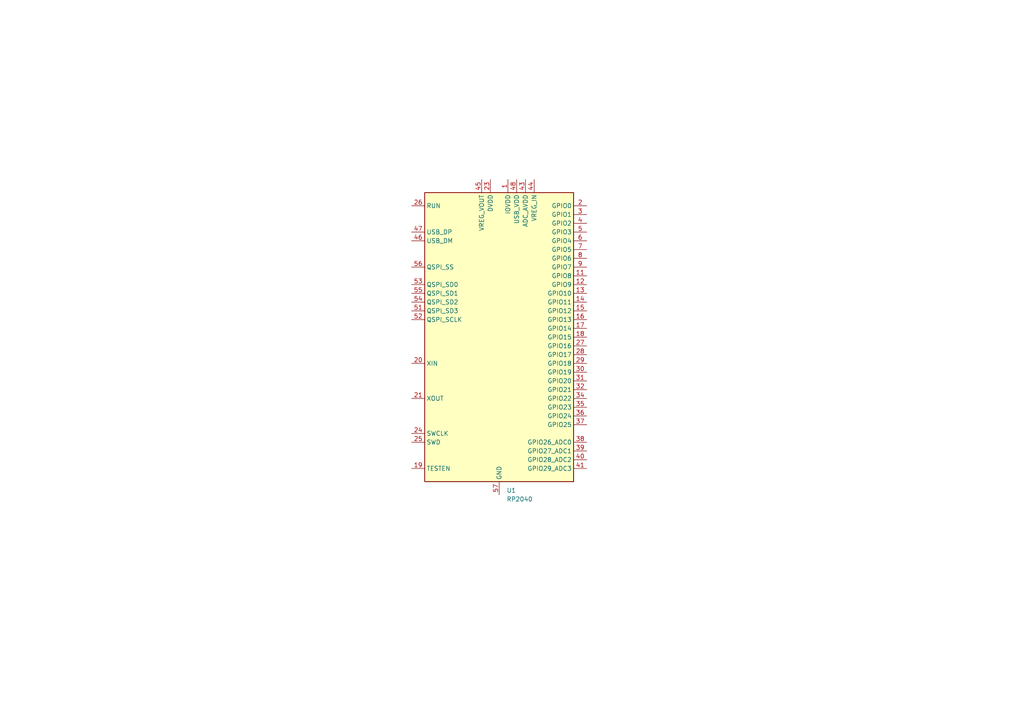
<source format=kicad_sch>
(kicad_sch (version 20250114) (generator "eeschema") (generator_version "9.0")
  (paper "A4")
  (lib_symbols
    (symbol "MCU_RaspberryPi:RP2040"
      (property "Reference" "U" (at 17.78 45.72 0))
      (property "Value" "RP2040" (at 17.78 43.18 0))
      (symbol "RP2040_0_1"
        (rectangle (start -21.59 41.91) (end 21.59 -41.91) (stroke (width 0.254)) (fill (type background)))
      )
      (symbol "RP2040_1_1"
        (pin input line (at -25.4 38.1 0) (length 3.81) (name "RUN") (number "26"))
        (pin bidirectional line (at -25.4 30.48 0) (length 3.81) (name "USB_DP") (number "47"))
        (pin bidirectional line (at -25.4 27.94 0) (length 3.81) (name "USB_DM") (number "46"))
        (pin bidirectional line (at -25.4 20.32 0) (length 3.81) (name "QSPI_SS") (number "56"))
        (pin bidirectional line (at -25.4 15.24 0) (length 3.81) (name "QSPI_SD0") (number "53"))
        (pin bidirectional line (at -25.4 12.7 0) (length 3.81) (name "QSPI_SD1") (number "55"))
        (pin bidirectional line (at -25.4 10.16 0) (length 3.81) (name "QSPI_SD2") (number "54"))
        (pin bidirectional line (at -25.4 7.62 0) (length 3.81) (name "QSPI_SD3") (number "51"))
        (pin output line (at -25.4 5.08 0) (length 3.81) (name "QSPI_SCLK") (number "52"))
        (pin input line (at -25.4 -7.62 0) (length 3.81) (name "XIN") (number "20"))
        (pin passive line (at -25.4 -17.78 0) (length 3.81) (name "XOUT") (number "21"))
        (pin input line (at -25.4 -27.94 0) (length 3.81) (name "SWCLK") (number "24"))
        (pin bidirectional line (at -25.4 -30.48 0) (length 3.81) (name "SWD") (number "25"))
        (pin input line (at -25.4 -38.1 0) (length 3.81) (name "TESTEN") (number "19"))
        (pin power_out line (at -5.08 45.72 270) (length 3.81) (name "VREG_VOUT") (number "45"))
        (pin power_in line (at -2.54 45.72 270) (length 3.81) (name "DVDD") (number "23"))
        (pin passive line (at -2.54 45.72 270) (length 3.81) (hide yes) (name "DVDD") (number "50"))
        (pin power_in line (at 0 -45.72 90) (length 3.81) (name "GND") (number "57"))
        (pin power_in line (at 2.54 45.72 270) (length 3.81) (name "IOVDD") (number "1"))
        (pin passive line (at 2.54 45.72 270) (length 3.81) (hide yes) (name "IOVDD") (number "10"))
        (pin passive line (at 2.54 45.72 270) (length 3.81) (hide yes) (name "IOVDD") (number "22"))
        (pin passive line (at 2.54 45.72 270) (length 3.81) (hide yes) (name "IOVDD") (number "33"))
        (pin passive line (at 2.54 45.72 270) (length 3.81) (hide yes) (name "IOVDD") (number "42"))
        (pin passive line (at 2.54 45.72 270) (length 3.81) (hide yes) (name "IOVDD") (number "49"))
        (pin power_in line (at 5.08 45.72 270) (length 3.81) (name "USB_VDD") (number "48"))
        (pin power_in line (at 7.62 45.72 270) (length 3.81) (name "ADC_AVDD") (number "43"))
        (pin power_in line (at 10.16 45.72 270) (length 3.81) (name "VREG_IN") (number "44"))
        (pin bidirectional line (at 25.4 38.1 180) (length 3.81) (name "GPIO0") (number "2"))
        (pin bidirectional line (at 25.4 35.56 180) (length 3.81) (name "GPIO1") (number "3"))
        (pin bidirectional line (at 25.4 33.02 180) (length 3.81) (name "GPIO2") (number "4"))
        (pin bidirectional line (at 25.4 30.48 180) (length 3.81) (name "GPIO3") (number "5"))
        (pin bidirectional line (at 25.4 27.94 180) (length 3.81) (name "GPIO4") (number "6"))
        (pin bidirectional line (at 25.4 25.4 180) (length 3.81) (name "GPIO5") (number "7"))
        (pin bidirectional line (at 25.4 22.86 180) (length 3.81) (name "GPIO6") (number "8"))
        (pin bidirectional line (at 25.4 20.32 180) (length 3.81) (name "GPIO7") (number "9"))
        (pin bidirectional line (at 25.4 17.78 180) (length 3.81) (name "GPIO8") (number "11"))
        (pin bidirectional line (at 25.4 15.24 180) (length 3.81) (name "GPIO9") (number "12"))
        (pin bidirectional line (at 25.4 12.7 180) (length 3.81) (name "GPIO10") (number "13"))
        (pin bidirectional line (at 25.4 10.16 180) (length 3.81) (name "GPIO11") (number "14"))
        (pin bidirectional line (at 25.4 7.62 180) (length 3.81) (name "GPIO12") (number "15"))
        (pin bidirectional line (at 25.4 5.08 180) (length 3.81) (name "GPIO13") (number "16"))
        (pin bidirectional line (at 25.4 2.54 180) (length 3.81) (name "GPIO14") (number "17"))
        (pin bidirectional line (at 25.4 0 180) (length 3.81) (name "GPIO15") (number "18"))
        (pin bidirectional line (at 25.4 -2.54 180) (length 3.81) (name "GPIO16") (number "27"))
        (pin bidirectional line (at 25.4 -5.08 180) (length 3.81) (name "GPIO17") (number "28"))
        (pin bidirectional line (at 25.4 -7.62 180) (length 3.81) (name "GPIO18") (number "29"))
        (pin bidirectional line (at 25.4 -10.16 180) (length 3.81) (name "GPIO19") (number "30"))
        (pin bidirectional line (at 25.4 -12.7 180) (length 3.81) (name "GPIO20") (number "31"))
        (pin bidirectional line (at 25.4 -15.24 180) (length 3.81) (name "GPIO21") (number "32"))
        (pin bidirectional line (at 25.4 -17.78 180) (length 3.81) (name "GPIO22") (number "34"))
        (pin bidirectional line (at 25.4 -20.32 180) (length 3.81) (name "GPIO23") (number "35"))
        (pin bidirectional line (at 25.4 -22.86 180) (length 3.81) (name "GPIO24") (number "36"))
        (pin bidirectional line (at 25.4 -25.4 180) (length 3.81) (name "GPIO25") (number "37"))
        (pin bidirectional line (at 25.4 -30.48 180) (length 3.81) (name "GPIO26_ADC0") (number "38"))
        (pin bidirectional line (at 25.4 -33.02 180) (length 3.81) (name "GPIO27_ADC1") (number "39"))
        (pin bidirectional line (at 25.4 -35.56 180) (length 3.81) (name "GPIO28_ADC2") (number "40"))
        (pin bidirectional line (at 25.4 -38.1 180) (length 3.81) (name "GPIO29_ADC3") (number "41"))
      )
    )
  )
  (symbol (lib_id "MCU_RaspberryPi:RP2040") (at 144.78 97.79 0) (unit 1)
    (property "Reference" "U1" (at 146.9233 142.24 0) (effects (justify left)))
    (property "Value" "RP2040" (at 146.9233 144.78 0) (effects (justify left)))
    (property "Footprint" "Package_DFN_QFN:QFN-56-1EP_7x7mm_P0.4mm_EP3.2x3.2mm" (effects (hide yes)))
    (property "Datasheet" "https://datasheets.raspberrypi.com/rp2040/rp2040-datasheet.pdf" (effects (hide yes)))
    (property "Description" "A microcontroller by Raspberry Pi" (effects (hide yes)))
  )
)
</source>
